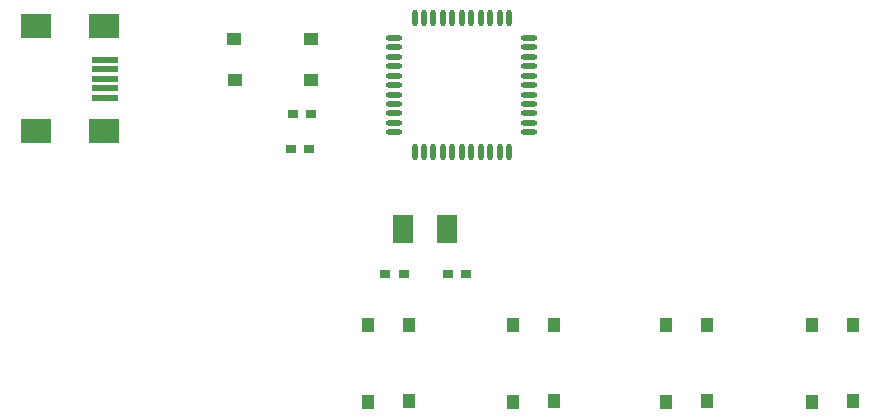
<source format=gtp>
G04*
G04 #@! TF.GenerationSoftware,Altium Limited,Altium Designer,19.0.6 (157)*
G04*
G04 Layer_Color=8421504*
%FSLAX24Y24*%
%MOIN*%
G70*
G01*
G75*
%ADD16R,0.0394X0.0492*%
%ADD17O,0.0197X0.0551*%
%ADD18O,0.0551X0.0197*%
%ADD19R,0.0380X0.0315*%
%ADD20R,0.0669X0.0945*%
%ADD21R,0.0492X0.0394*%
%ADD22R,0.0984X0.0787*%
%ADD23R,0.0984X0.0787*%
%ADD24R,0.0906X0.0197*%
D16*
X50689Y26709D02*
D03*
X49311Y29259D02*
D03*
Y26700D02*
D03*
X50689Y29268D02*
D03*
X45839D02*
D03*
X44461Y26700D02*
D03*
Y29259D02*
D03*
X45839Y26709D02*
D03*
X40739Y29268D02*
D03*
X39361Y26700D02*
D03*
Y29259D02*
D03*
X40739Y26709D02*
D03*
X35889Y29268D02*
D03*
X34511Y26700D02*
D03*
Y29259D02*
D03*
X35889Y26709D02*
D03*
D17*
X36075Y39494D02*
D03*
X36390D02*
D03*
X36705D02*
D03*
X37020D02*
D03*
X37335D02*
D03*
X37650D02*
D03*
X37965D02*
D03*
X38280D02*
D03*
X38595D02*
D03*
X38910D02*
D03*
X39225D02*
D03*
Y35006D02*
D03*
X38910D02*
D03*
X38595D02*
D03*
X38280D02*
D03*
X37965D02*
D03*
X37650D02*
D03*
X37335D02*
D03*
X37020D02*
D03*
X36705D02*
D03*
X36390D02*
D03*
X36075D02*
D03*
D18*
X39894Y38825D02*
D03*
Y38510D02*
D03*
Y38195D02*
D03*
Y37880D02*
D03*
Y37565D02*
D03*
Y37250D02*
D03*
Y36935D02*
D03*
Y36620D02*
D03*
Y36305D02*
D03*
Y35990D02*
D03*
Y35675D02*
D03*
X35406D02*
D03*
Y35990D02*
D03*
Y36305D02*
D03*
Y36620D02*
D03*
Y36935D02*
D03*
Y37250D02*
D03*
Y37565D02*
D03*
Y37880D02*
D03*
Y38195D02*
D03*
Y38510D02*
D03*
Y38825D02*
D03*
D19*
X37180Y30950D02*
D03*
X37800D02*
D03*
X35710D02*
D03*
X35090D02*
D03*
X32014Y36283D02*
D03*
X32634D02*
D03*
X32566Y35115D02*
D03*
X31946D02*
D03*
D20*
X37150Y32450D02*
D03*
X35693D02*
D03*
D21*
X30066Y38804D02*
D03*
X32634Y37426D02*
D03*
X30075D02*
D03*
X32625Y38804D02*
D03*
D22*
X23448Y35713D02*
D03*
Y39217D02*
D03*
X25713D02*
D03*
D23*
Y35713D02*
D03*
D24*
X25752Y36835D02*
D03*
Y37150D02*
D03*
Y37465D02*
D03*
Y37780D02*
D03*
Y38095D02*
D03*
M02*

</source>
